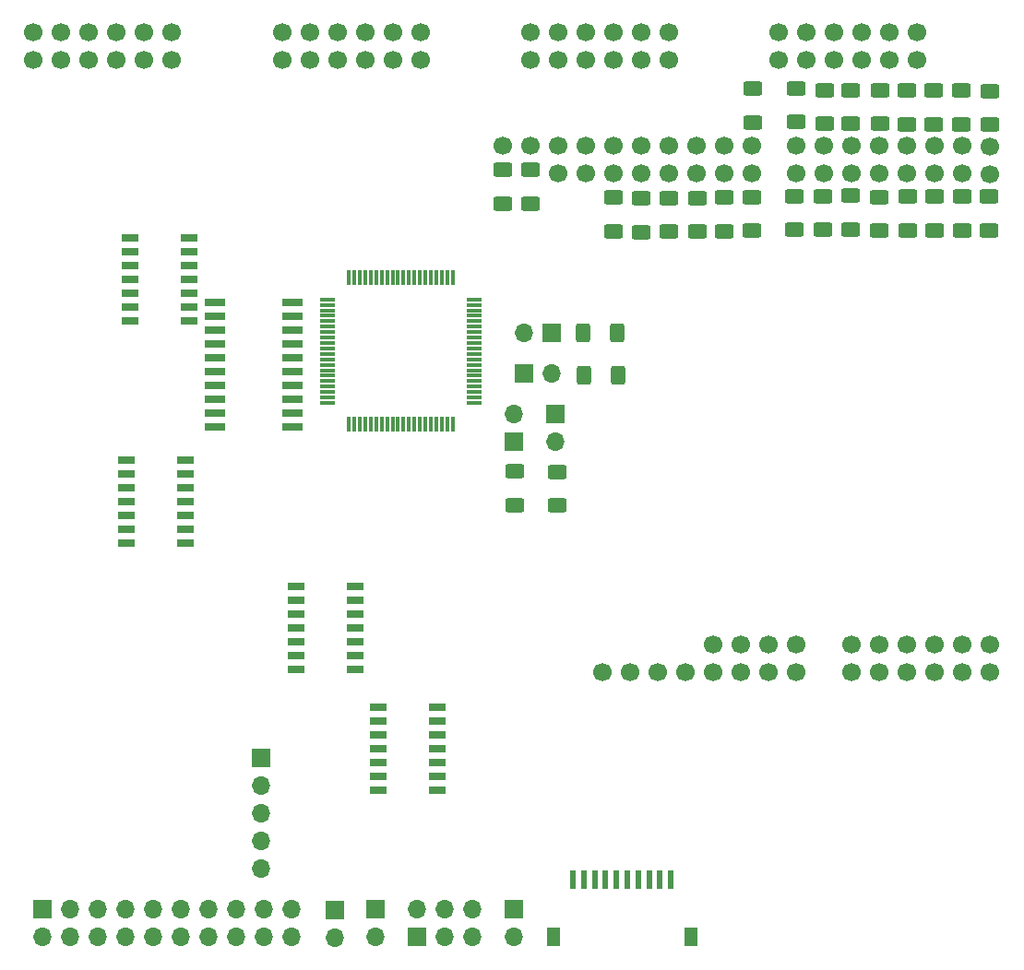
<source format=gbr>
%TF.GenerationSoftware,KiCad,Pcbnew,(6.0.7)*%
%TF.CreationDate,2023-05-12T14:40:03+05:30*%
%TF.ProjectId,DSP_board,4453505f-626f-4617-9264-2e6b69636164,rev?*%
%TF.SameCoordinates,Original*%
%TF.FileFunction,Soldermask,Top*%
%TF.FilePolarity,Negative*%
%FSLAX46Y46*%
G04 Gerber Fmt 4.6, Leading zero omitted, Abs format (unit mm)*
G04 Created by KiCad (PCBNEW (6.0.7)) date 2023-05-12 14:40:03*
%MOMM*%
%LPD*%
G01*
G04 APERTURE LIST*
G04 Aperture macros list*
%AMRoundRect*
0 Rectangle with rounded corners*
0 $1 Rounding radius*
0 $2 $3 $4 $5 $6 $7 $8 $9 X,Y pos of 4 corners*
0 Add a 4 corners polygon primitive as box body*
4,1,4,$2,$3,$4,$5,$6,$7,$8,$9,$2,$3,0*
0 Add four circle primitives for the rounded corners*
1,1,$1+$1,$2,$3*
1,1,$1+$1,$4,$5*
1,1,$1+$1,$6,$7*
1,1,$1+$1,$8,$9*
0 Add four rect primitives between the rounded corners*
20,1,$1+$1,$2,$3,$4,$5,0*
20,1,$1+$1,$4,$5,$6,$7,0*
20,1,$1+$1,$6,$7,$8,$9,0*
20,1,$1+$1,$8,$9,$2,$3,0*%
G04 Aperture macros list end*
%ADD10RoundRect,0.250000X0.625000X-0.400000X0.625000X0.400000X-0.625000X0.400000X-0.625000X-0.400000X0*%
%ADD11R,1.700000X1.700000*%
%ADD12O,1.700000X1.700000*%
%ADD13R,1.475000X0.300000*%
%ADD14R,0.300000X1.475000*%
%ADD15RoundRect,0.250000X-0.625000X0.400000X-0.625000X-0.400000X0.625000X-0.400000X0.625000X0.400000X0*%
%ADD16R,1.525000X0.650000*%
%ADD17C,1.700000*%
%ADD18R,1.825000X0.700000*%
%ADD19RoundRect,0.250000X-0.400000X-0.625000X0.400000X-0.625000X0.400000X0.625000X-0.400000X0.625000X0*%
%ADD20R,0.600000X1.700000*%
%ADD21R,1.200000X1.800000*%
G04 APERTURE END LIST*
D10*
%TO.C,R20*%
X174290000Y-68490000D03*
X174290000Y-65390000D03*
%TD*%
D11*
%TO.C,JVSI1*%
X100120000Y-140610000D03*
D12*
X100120000Y-143150000D03*
X102660000Y-140610000D03*
X102660000Y-143150000D03*
X105200000Y-140610000D03*
X105200000Y-143150000D03*
X107740000Y-140610000D03*
X107740000Y-143150000D03*
X110280000Y-140610000D03*
X110280000Y-143150000D03*
X112820000Y-140610000D03*
X112820000Y-143150000D03*
X115360000Y-140610000D03*
X115360000Y-143150000D03*
X117900000Y-140610000D03*
X117900000Y-143150000D03*
X120440000Y-140610000D03*
X120440000Y-143150000D03*
X122980000Y-140610000D03*
X122980000Y-143150000D03*
%TD*%
D11*
%TO.C,J1*%
X147130000Y-95130000D03*
D12*
X147130000Y-97670000D03*
%TD*%
D10*
%TO.C,R12*%
X184450000Y-68550000D03*
X184450000Y-65450000D03*
%TD*%
D11*
%TO.C,J3*%
X144305000Y-91440000D03*
D12*
X146845000Y-91440000D03*
%TD*%
D13*
%TO.C,IC5*%
X126232000Y-84609500D03*
X126232000Y-85109500D03*
X126232000Y-85609500D03*
X126232000Y-86109500D03*
X126232000Y-86609500D03*
X126232000Y-87109500D03*
X126232000Y-87609500D03*
X126232000Y-88109500D03*
X126232000Y-88609500D03*
X126232000Y-89109500D03*
X126232000Y-89609500D03*
X126232000Y-90109500D03*
X126232000Y-90609500D03*
X126232000Y-91109500D03*
X126232000Y-91609500D03*
X126232000Y-92109500D03*
X126232000Y-92609500D03*
X126232000Y-93109500D03*
X126232000Y-93609500D03*
X126232000Y-94109500D03*
D14*
X128220000Y-96097500D03*
X128720000Y-96097500D03*
X129220000Y-96097500D03*
X129720000Y-96097500D03*
X130220000Y-96097500D03*
X130720000Y-96097500D03*
X131220000Y-96097500D03*
X131720000Y-96097500D03*
X132220000Y-96097500D03*
X132720000Y-96097500D03*
X133220000Y-96097500D03*
X133720000Y-96097500D03*
X134220000Y-96097500D03*
X134720000Y-96097500D03*
X135220000Y-96097500D03*
X135720000Y-96097500D03*
X136220000Y-96097500D03*
X136720000Y-96097500D03*
X137220000Y-96097500D03*
X137720000Y-96097500D03*
D13*
X139708000Y-94109500D03*
X139708000Y-93609500D03*
X139708000Y-93109500D03*
X139708000Y-92609500D03*
X139708000Y-92109500D03*
X139708000Y-91609500D03*
X139708000Y-91109500D03*
X139708000Y-90609500D03*
X139708000Y-90109500D03*
X139708000Y-89609500D03*
X139708000Y-89109500D03*
X139708000Y-88609500D03*
X139708000Y-88109500D03*
X139708000Y-87609500D03*
X139708000Y-87109500D03*
X139708000Y-86609500D03*
X139708000Y-86109500D03*
X139708000Y-85609500D03*
X139708000Y-85109500D03*
X139708000Y-84609500D03*
D14*
X137720000Y-82621500D03*
X137220000Y-82621500D03*
X136720000Y-82621500D03*
X136220000Y-82621500D03*
X135720000Y-82621500D03*
X135220000Y-82621500D03*
X134720000Y-82621500D03*
X134220000Y-82621500D03*
X133720000Y-82621500D03*
X133220000Y-82621500D03*
X132720000Y-82621500D03*
X132220000Y-82621500D03*
X131720000Y-82621500D03*
X131220000Y-82621500D03*
X130720000Y-82621500D03*
X130220000Y-82621500D03*
X129720000Y-82621500D03*
X129220000Y-82621500D03*
X128720000Y-82621500D03*
X128220000Y-82621500D03*
%TD*%
D11*
%TO.C,J9*%
X120180000Y-126700000D03*
D12*
X120180000Y-129240000D03*
X120180000Y-131780000D03*
X120180000Y-134320000D03*
X120180000Y-136860000D03*
%TD*%
D15*
%TO.C,R37*%
X147290000Y-100430000D03*
X147290000Y-103530000D03*
%TD*%
D16*
%TO.C,IC_dc_link_leakage1*%
X107798000Y-99350000D03*
X107798000Y-100620000D03*
X107798000Y-101890000D03*
X107798000Y-103160000D03*
X107798000Y-104430000D03*
X107798000Y-105700000D03*
X107798000Y-106970000D03*
X113222000Y-106970000D03*
X113222000Y-105700000D03*
X113222000Y-104430000D03*
X113222000Y-103160000D03*
X113222000Y-101890000D03*
X113222000Y-100620000D03*
X113222000Y-99350000D03*
%TD*%
D11*
%TO.C,J2*%
X143380000Y-97705000D03*
D12*
X143380000Y-95165000D03*
%TD*%
D17*
%TO.C,B1*%
X151465000Y-118800000D03*
X154005000Y-118800000D03*
X156545000Y-118800000D03*
X159085000Y-118800000D03*
X161625000Y-118800000D03*
X164165000Y-118800000D03*
X166705000Y-118800000D03*
X169245000Y-118800000D03*
X161625000Y-116260000D03*
X164165000Y-116260000D03*
X166705000Y-116260000D03*
X169245000Y-116260000D03*
X174325000Y-118800000D03*
X176865000Y-118800000D03*
X179405000Y-118800000D03*
X181945000Y-118800000D03*
X184485000Y-118800000D03*
X187025000Y-118800000D03*
X174325000Y-116260000D03*
X176865000Y-116260000D03*
X179405000Y-116260000D03*
X181945000Y-116260000D03*
X184485000Y-116260000D03*
X187025000Y-116260000D03*
X147435000Y-73060000D03*
X149975000Y-73060000D03*
X152515000Y-73060000D03*
X155055000Y-73060000D03*
X157595000Y-73060000D03*
X160135000Y-73060000D03*
X162675000Y-73060000D03*
X165215000Y-73060000D03*
X169245000Y-73060000D03*
X171785000Y-73060000D03*
X174325000Y-73060000D03*
X176865000Y-73060000D03*
X179405000Y-73060000D03*
X181945000Y-73060000D03*
X184485000Y-73060000D03*
X187025000Y-73080000D03*
X142355000Y-70520000D03*
X144895000Y-70520000D03*
X147435000Y-70520000D03*
X149975000Y-70520000D03*
X152515000Y-70520000D03*
X155055000Y-70520000D03*
X157595000Y-70520000D03*
X160135000Y-70520000D03*
X162675000Y-70520000D03*
X165215000Y-70520000D03*
X169245000Y-70520000D03*
X171785000Y-70520000D03*
X174325000Y-70520000D03*
X176865000Y-70520000D03*
X179405000Y-70520000D03*
X181945000Y-70520000D03*
X184485000Y-70520000D03*
X187025000Y-70540000D03*
X99275000Y-62580000D03*
X101815000Y-62580000D03*
X104355000Y-62580000D03*
X106895000Y-62580000D03*
X109435000Y-62580000D03*
X111975000Y-62580000D03*
X99275000Y-60040000D03*
X101815000Y-60040000D03*
X104355000Y-60040000D03*
X106895000Y-60040000D03*
X109435000Y-60040000D03*
X111975000Y-60040000D03*
X122075000Y-62580000D03*
X124615000Y-62580000D03*
X127155000Y-62580000D03*
X129695000Y-62580000D03*
X132235000Y-62580000D03*
X134775000Y-62580000D03*
X122075000Y-60040000D03*
X124615000Y-60040000D03*
X127155000Y-60040000D03*
X129695000Y-60040000D03*
X132235000Y-60040000D03*
X134775000Y-60040000D03*
X144875000Y-62580000D03*
X147415000Y-62580000D03*
X149955000Y-62580000D03*
X152495000Y-62580000D03*
X155035000Y-62580000D03*
X157575000Y-62580000D03*
X144875000Y-60040000D03*
X147415000Y-60040000D03*
X149955000Y-60040000D03*
X152495000Y-60040000D03*
X155035000Y-60040000D03*
X157575000Y-60040000D03*
X167675000Y-62580000D03*
X170215000Y-62580000D03*
X172755000Y-62580000D03*
X175295000Y-62580000D03*
X177835000Y-62580000D03*
X180375000Y-62580000D03*
X167675000Y-60040000D03*
X170215000Y-60040000D03*
X172755000Y-60040000D03*
X175295000Y-60040000D03*
X177835000Y-60040000D03*
X180375000Y-60040000D03*
%TD*%
D16*
%TO.C,IC_batt_2*%
X130908000Y-122090000D03*
X130908000Y-123360000D03*
X130908000Y-124630000D03*
X130908000Y-125900000D03*
X130908000Y-127170000D03*
X130908000Y-128440000D03*
X130908000Y-129710000D03*
X136332000Y-129710000D03*
X136332000Y-128440000D03*
X136332000Y-127170000D03*
X136332000Y-125900000D03*
X136332000Y-124630000D03*
X136332000Y-123360000D03*
X136332000Y-122090000D03*
%TD*%
D11*
%TO.C,J8*%
X126905000Y-140670000D03*
D12*
X126905000Y-143210000D03*
%TD*%
D15*
%TO.C,R46*%
X157600000Y-75300000D03*
X157600000Y-78400000D03*
%TD*%
%TO.C,R30*%
X186940000Y-75150000D03*
X186940000Y-78250000D03*
%TD*%
%TO.C,R48*%
X152480000Y-75230000D03*
X152480000Y-78330000D03*
%TD*%
%TO.C,R52*%
X162680000Y-75260000D03*
X162680000Y-78360000D03*
%TD*%
%TO.C,R45*%
X160160000Y-75290000D03*
X160160000Y-78390000D03*
%TD*%
%TO.C,R31*%
X184460000Y-75160000D03*
X184460000Y-78260000D03*
%TD*%
%TO.C,R42*%
X179540000Y-75160000D03*
X179540000Y-78260000D03*
%TD*%
%TO.C,R49*%
X171670000Y-75120000D03*
X171670000Y-78220000D03*
%TD*%
D10*
%TO.C,R17*%
X179430000Y-68510000D03*
X179430000Y-65410000D03*
%TD*%
D11*
%TO.C,J4*%
X146855000Y-87690000D03*
D12*
X144315000Y-87690000D03*
%TD*%
D15*
%TO.C,R34*%
X181950000Y-75180000D03*
X181950000Y-78280000D03*
%TD*%
D10*
%TO.C,R11*%
X187070000Y-68570000D03*
X187070000Y-65470000D03*
%TD*%
D15*
%TO.C,R27*%
X165240000Y-65270000D03*
X165240000Y-68370000D03*
%TD*%
D10*
%TO.C,R18*%
X176950000Y-68490000D03*
X176950000Y-65390000D03*
%TD*%
%TO.C,R22*%
X171850000Y-68480000D03*
X171850000Y-65380000D03*
%TD*%
D11*
%TO.C,J6*%
X143350000Y-140600000D03*
D12*
X143350000Y-143140000D03*
%TD*%
D15*
%TO.C,R10*%
X142350000Y-72720000D03*
X142350000Y-75820000D03*
%TD*%
D18*
%TO.C,IC1*%
X123052000Y-96315000D03*
X123052000Y-95045000D03*
X123052000Y-93775000D03*
X123052000Y-92505000D03*
X123052000Y-91235000D03*
X123052000Y-89965000D03*
X123052000Y-88695000D03*
X123052000Y-87425000D03*
X123052000Y-86155000D03*
X123052000Y-84885000D03*
X115928000Y-84885000D03*
X115928000Y-86155000D03*
X115928000Y-87425000D03*
X115928000Y-88695000D03*
X115928000Y-89965000D03*
X115928000Y-91235000D03*
X115928000Y-92505000D03*
X115928000Y-93775000D03*
X115928000Y-95045000D03*
X115928000Y-96315000D03*
%TD*%
D11*
%TO.C,J_power1*%
X134445000Y-143135000D03*
D12*
X134445000Y-140595000D03*
X136985000Y-143135000D03*
X136985000Y-140595000D03*
X139525000Y-143135000D03*
X139525000Y-140595000D03*
%TD*%
D19*
%TO.C,R40*%
X149690000Y-87640000D03*
X152790000Y-87640000D03*
%TD*%
D15*
%TO.C,R51*%
X165180000Y-75190000D03*
X165180000Y-78290000D03*
%TD*%
%TO.C,R50*%
X169080000Y-75110000D03*
X169080000Y-78210000D03*
%TD*%
D10*
%TO.C,R24*%
X169280000Y-68310000D03*
X169280000Y-65210000D03*
%TD*%
D16*
%TO.C,IC_grid23*%
X108106000Y-78950000D03*
X108106000Y-80220000D03*
X108106000Y-81490000D03*
X108106000Y-82760000D03*
X108106000Y-84030000D03*
X108106000Y-85300000D03*
X108106000Y-86570000D03*
X113530000Y-86570000D03*
X113530000Y-85300000D03*
X113530000Y-84030000D03*
X113530000Y-82760000D03*
X113530000Y-81490000D03*
X113530000Y-80220000D03*
X113530000Y-78950000D03*
%TD*%
D15*
%TO.C,R38*%
X143410000Y-100420000D03*
X143410000Y-103520000D03*
%TD*%
%TO.C,R44*%
X174220000Y-75090000D03*
X174220000Y-78190000D03*
%TD*%
D16*
%TO.C,IC_batt_1*%
X123338000Y-110970000D03*
X123338000Y-112240000D03*
X123338000Y-113510000D03*
X123338000Y-114780000D03*
X123338000Y-116050000D03*
X123338000Y-117320000D03*
X123338000Y-118590000D03*
X128762000Y-118590000D03*
X128762000Y-117320000D03*
X128762000Y-116050000D03*
X128762000Y-114780000D03*
X128762000Y-113510000D03*
X128762000Y-112240000D03*
X128762000Y-110970000D03*
%TD*%
D19*
%TO.C,R39*%
X149780000Y-91590000D03*
X152880000Y-91590000D03*
%TD*%
D20*
%TO.C,J5*%
X148760000Y-137855000D03*
X149760000Y-137855000D03*
X150760000Y-137855000D03*
X151760000Y-137855000D03*
X152760000Y-137855000D03*
X153760000Y-137855000D03*
X154760000Y-137855000D03*
X155760000Y-137855000D03*
X156760000Y-137855000D03*
X157760000Y-137855000D03*
D21*
X146960000Y-143105000D03*
X159560000Y-143105000D03*
%TD*%
D11*
%TO.C,J10*%
X130665000Y-140620000D03*
D12*
X130665000Y-143160000D03*
%TD*%
D15*
%TO.C,R43*%
X176840000Y-75190000D03*
X176840000Y-78290000D03*
%TD*%
%TO.C,R47*%
X155050000Y-75310000D03*
X155050000Y-78410000D03*
%TD*%
%TO.C,R9*%
X144840000Y-72730000D03*
X144840000Y-75830000D03*
%TD*%
D10*
%TO.C,R14*%
X181860000Y-68510000D03*
X181860000Y-65410000D03*
%TD*%
M02*

</source>
